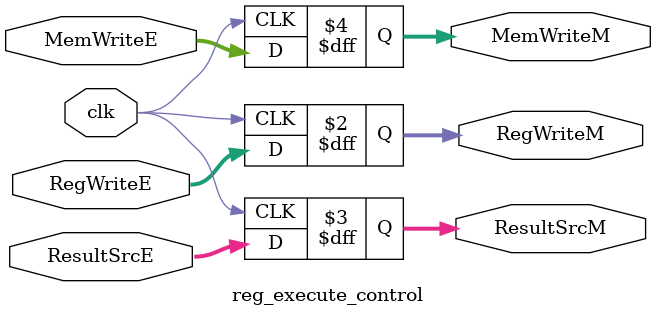
<source format=sv>
/*
	Function: Control Unit Pipeline Register between Instruction Execution and Memory Access Stage
*/

module reg_execute_control #(
    parameter DATA_WIDTH =32
)(  
    input logic                    clk,     
    input logic [2:0]              RegWriteE,
    input logic [1:0]              ResultSrcE,
    input logic [1:0]              MemWriteE,
    
    output logic [2:0]              RegWriteM,
    output logic [1:0]              ResultSrcM,
    output logic [1:0]              MemWriteM
);

    always_ff @(posedge clk) begin
        RegWriteM   <=      RegWriteE;
        ResultSrcM  <=      ResultSrcE;
        MemWriteM   <=      MemWriteE;
          
    end
      

endmodule

</source>
